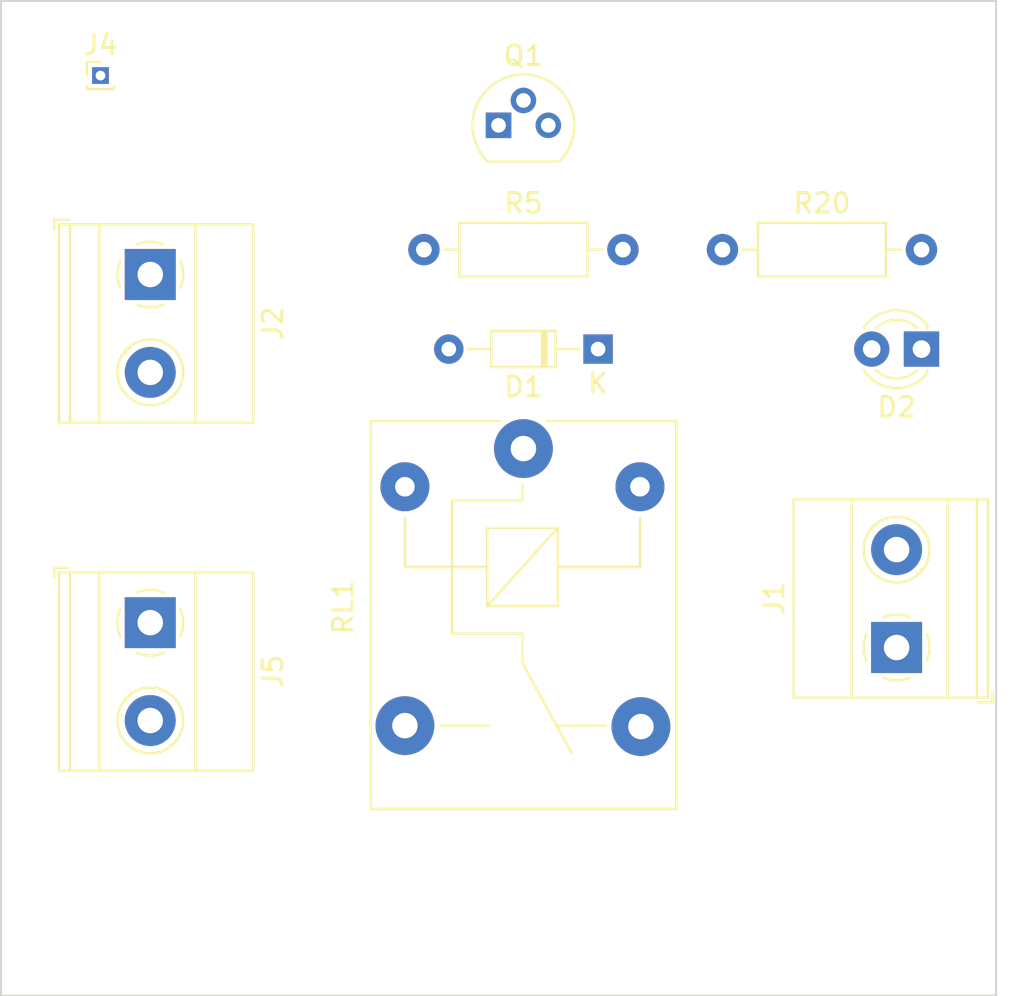
<source format=kicad_pcb>
(kicad_pcb (version 20171130) (host pcbnew 5.1.12-84ad8e8a86~92~ubuntu20.04.1)

  (general
    (thickness 1.6)
    (drawings 4)
    (tracks 0)
    (zones 0)
    (modules 10)
    (nets 11)
  )

  (page A4)
  (layers
    (0 F.Cu signal)
    (31 B.Cu signal)
    (32 B.Adhes user)
    (33 F.Adhes user)
    (34 B.Paste user)
    (35 F.Paste user)
    (36 B.SilkS user)
    (37 F.SilkS user)
    (38 B.Mask user)
    (39 F.Mask user)
    (40 Dwgs.User user)
    (41 Cmts.User user)
    (42 Eco1.User user)
    (43 Eco2.User user)
    (44 Edge.Cuts user)
    (45 Margin user)
    (46 B.CrtYd user)
    (47 F.CrtYd user)
    (48 B.Fab user)
    (49 F.Fab user)
  )

  (setup
    (last_trace_width 0.25)
    (trace_clearance 0.2)
    (zone_clearance 0.508)
    (zone_45_only no)
    (trace_min 0.2)
    (via_size 0.8)
    (via_drill 0.4)
    (via_min_size 0.4)
    (via_min_drill 0.3)
    (uvia_size 0.3)
    (uvia_drill 0.1)
    (uvias_allowed no)
    (uvia_min_size 0.2)
    (uvia_min_drill 0.1)
    (edge_width 0.1)
    (segment_width 0.2)
    (pcb_text_width 0.3)
    (pcb_text_size 1.5 1.5)
    (mod_edge_width 0.15)
    (mod_text_size 1 1)
    (mod_text_width 0.15)
    (pad_size 3 3)
    (pad_drill 1.3)
    (pad_to_mask_clearance 0)
    (aux_axis_origin 0 0)
    (visible_elements FFFFFF7F)
    (pcbplotparams
      (layerselection 0x010fc_ffffffff)
      (usegerberextensions false)
      (usegerberattributes true)
      (usegerberadvancedattributes true)
      (creategerberjobfile true)
      (excludeedgelayer true)
      (linewidth 0.100000)
      (plotframeref false)
      (viasonmask false)
      (mode 1)
      (useauxorigin false)
      (hpglpennumber 1)
      (hpglpenspeed 20)
      (hpglpendiameter 15.000000)
      (psnegative false)
      (psa4output false)
      (plotreference true)
      (plotvalue true)
      (plotinvisibletext false)
      (padsonsilk false)
      (subtractmaskfromsilk false)
      (outputformat 1)
      (mirror false)
      (drillshape 1)
      (scaleselection 1)
      (outputdirectory ""))
  )

  (net 0 "")
  (net 1 GND)
  (net 2 VDD)
  (net 3 "Net-(D1-Pad2)")
  (net 4 "Net-(D2-Pad2)")
  (net 5 +12V)
  (net 6 Earth)
  (net 7 "Net-(Q1-Pad2)")
  (net 8 "Net-(RL1-Pad12)")
  (net 9 "Net-(J5-Pad1)")
  (net 10 "Net-(J4-Pad1)")

  (net_class Default "Esta é a classe de rede padrão."
    (clearance 0.2)
    (trace_width 0.25)
    (via_dia 0.8)
    (via_drill 0.4)
    (uvia_dia 0.3)
    (uvia_drill 0.1)
    (add_net +12V)
    (add_net Earth)
    (add_net GND)
    (add_net "Net-(D1-Pad2)")
    (add_net "Net-(D2-Pad2)")
    (add_net "Net-(J4-Pad1)")
    (add_net "Net-(J5-Pad1)")
    (add_net "Net-(Q1-Pad2)")
    (add_net "Net-(RL1-Pad12)")
    (add_net VDD)
  )

  (module Connector_PinHeader_1.00mm:PinHeader_1x01_P1.00mm_Vertical (layer F.Cu) (tedit 59FED738) (tstamp 61FFAF3E)
    (at 106.68 90.17)
    (descr "Through hole straight pin header, 1x01, 1.00mm pitch, single row")
    (tags "Through hole pin header THT 1x01 1.00mm single row")
    (path /62076698)
    (fp_text reference J4 (at 0 -1.56) (layer F.SilkS)
      (effects (font (size 1 1) (thickness 0.15)))
    )
    (fp_text value Conn_01x01 (at 0 1.56) (layer F.Fab)
      (effects (font (size 1 1) (thickness 0.15)))
    )
    (fp_text user %R (at 0 0 90) (layer F.Fab)
      (effects (font (size 0.76 0.76) (thickness 0.114)))
    )
    (fp_line (start -0.3175 -0.5) (end 0.635 -0.5) (layer F.Fab) (width 0.1))
    (fp_line (start 0.635 -0.5) (end 0.635 0.5) (layer F.Fab) (width 0.1))
    (fp_line (start 0.635 0.5) (end -0.635 0.5) (layer F.Fab) (width 0.1))
    (fp_line (start -0.635 0.5) (end -0.635 -0.1825) (layer F.Fab) (width 0.1))
    (fp_line (start -0.635 -0.1825) (end -0.3175 -0.5) (layer F.Fab) (width 0.1))
    (fp_line (start -0.695 0.685) (end 0.695 0.685) (layer F.SilkS) (width 0.12))
    (fp_line (start -0.695 0.685) (end -0.695 0.56) (layer F.SilkS) (width 0.12))
    (fp_line (start 0.695 0.685) (end 0.695 0.56) (layer F.SilkS) (width 0.12))
    (fp_line (start -0.695 0.685) (end -0.608276 0.685) (layer F.SilkS) (width 0.12))
    (fp_line (start 0.608276 0.685) (end 0.695 0.685) (layer F.SilkS) (width 0.12))
    (fp_line (start -0.695 0) (end -0.695 -0.685) (layer F.SilkS) (width 0.12))
    (fp_line (start -0.695 -0.685) (end 0 -0.685) (layer F.SilkS) (width 0.12))
    (fp_line (start -1.15 -1) (end -1.15 1) (layer F.CrtYd) (width 0.05))
    (fp_line (start -1.15 1) (end 1.15 1) (layer F.CrtYd) (width 0.05))
    (fp_line (start 1.15 1) (end 1.15 -1) (layer F.CrtYd) (width 0.05))
    (fp_line (start 1.15 -1) (end -1.15 -1) (layer F.CrtYd) (width 0.05))
    (pad 1 thru_hole rect (at 0 0) (size 0.85 0.85) (drill 0.5) (layers *.Cu *.Mask)
      (net 10 "Net-(J4-Pad1)"))
    (model ${KISYS3DMOD}/Connector_PinHeader_1.00mm.3dshapes/PinHeader_1x01_P1.00mm_Vertical.wrl
      (at (xyz 0 0 0))
      (scale (xyz 1 1 1))
      (rotate (xyz 0 0 0))
    )
  )

  (module Relay_THT:Relay_SPDT_SANYOU_SRD_Series_Form_C placed (layer F.Cu) (tedit 61FEA6FC) (tstamp 61FF2C6F)
    (at 128.27 109.22 270)
    (descr "relay Sanyou SRD series Form C http://www.sanyourelay.ca/public/products/pdf/SRD.pdf")
    (tags "relay Sanyu SRD form C")
    (path /575012BB)
    (fp_text reference RL1 (at 8.1 9.2 90) (layer F.SilkS)
      (effects (font (size 1 1) (thickness 0.15)))
    )
    (fp_text value FINDER-40.51 (at 8 -9.6 90) (layer F.Fab)
      (effects (font (size 1 1) (thickness 0.15)))
    )
    (fp_text user %R (at 7.1 0.025 90) (layer F.Fab)
      (effects (font (size 1 1) (thickness 0.15)))
    )
    (fp_text user 1 (at 0 -2.3 90) (layer F.Fab)
      (effects (font (size 1 1) (thickness 0.15)))
    )
    (fp_line (start -1.4 1.2) (end -1.4 7.8) (layer F.SilkS) (width 0.12))
    (fp_line (start -1.4 -7.8) (end -1.4 -1.2) (layer F.SilkS) (width 0.12))
    (fp_line (start -1.4 -7.8) (end 18.4 -7.8) (layer F.SilkS) (width 0.12))
    (fp_line (start 18.4 -7.8) (end 18.4 7.8) (layer F.SilkS) (width 0.12))
    (fp_line (start 18.4 7.8) (end -1.4 7.8) (layer F.SilkS) (width 0.12))
    (fp_line (start -1.3 -7.7) (end 18.3 -7.7) (layer F.Fab) (width 0.12))
    (fp_line (start 18.3 -7.7) (end 18.3 7.7) (layer F.Fab) (width 0.12))
    (fp_line (start 18.3 7.7) (end -1.3 7.7) (layer F.Fab) (width 0.12))
    (fp_line (start -1.3 7.7) (end -1.3 -7.7) (layer F.Fab) (width 0.12))
    (fp_line (start 18.55 -7.95) (end -1.55 -7.95) (layer F.CrtYd) (width 0.05))
    (fp_line (start -1.55 7.95) (end -1.55 -7.95) (layer F.CrtYd) (width 0.05))
    (fp_line (start 18.55 -7.95) (end 18.55 7.95) (layer F.CrtYd) (width 0.05))
    (fp_line (start -1.55 7.95) (end 18.55 7.95) (layer F.CrtYd) (width 0.05))
    (fp_line (start 14.15 4.2) (end 14.15 1.75) (layer F.SilkS) (width 0.12))
    (fp_line (start 14.15 -4.2) (end 14.15 -1.7) (layer F.SilkS) (width 0.12))
    (fp_line (start 3.55 6.05) (end 6.05 6.05) (layer F.SilkS) (width 0.12))
    (fp_line (start 2.65 0.05) (end 1.85 0.05) (layer F.SilkS) (width 0.12))
    (fp_line (start 6.05 -5.95) (end 3.55 -5.95) (layer F.SilkS) (width 0.12))
    (fp_line (start 9.45 0.05) (end 10.95 0.05) (layer F.SilkS) (width 0.12))
    (fp_line (start 10.95 0.05) (end 15.55 -2.45) (layer F.SilkS) (width 0.12))
    (fp_line (start 9.45 3.65) (end 2.65 3.65) (layer F.SilkS) (width 0.12))
    (fp_line (start 9.45 0.05) (end 9.45 3.65) (layer F.SilkS) (width 0.12))
    (fp_line (start 2.65 0.05) (end 2.65 3.65) (layer F.SilkS) (width 0.12))
    (fp_line (start 6.05 -5.95) (end 6.05 -1.75) (layer F.SilkS) (width 0.12))
    (fp_line (start 6.05 1.85) (end 6.05 6.05) (layer F.SilkS) (width 0.12))
    (fp_line (start 8.05 1.85) (end 4.05 -1.75) (layer F.SilkS) (width 0.12))
    (fp_line (start 4.05 1.85) (end 4.05 -1.75) (layer F.SilkS) (width 0.12))
    (fp_line (start 4.05 -1.75) (end 8.05 -1.75) (layer F.SilkS) (width 0.12))
    (fp_line (start 8.05 -1.75) (end 8.05 1.85) (layer F.SilkS) (width 0.12))
    (fp_line (start 8.05 1.85) (end 4.05 1.85) (layer F.SilkS) (width 0.12))
    (pad 11 thru_hole circle (at 0 0) (size 3 3) (drill 1.3) (layers *.Cu *.Mask)
      (net 9 "Net-(J5-Pad1)"))
    (pad A1 thru_hole circle (at 1.95 -5.95) (size 2.5 2.5) (drill 1) (layers *.Cu *.Mask)
      (net 2 VDD))
    (pad 12 thru_hole circle (at 14.2 -6) (size 3 3) (drill 1.3) (layers *.Cu *.Mask)
      (net 8 "Net-(RL1-Pad12)"))
    (pad 14 thru_hole circle (at 14.15 6.05) (size 3 3) (drill 1.3) (layers *.Cu *.Mask)
      (net 5 +12V))
    (pad A2 thru_hole circle (at 1.95 6.05) (size 2.5 2.5) (drill 1) (layers *.Cu *.Mask)
      (net 3 "Net-(D1-Pad2)"))
    (model ${KISYS3DMOD}/Relay_THT.3dshapes/Relay_SPDT_SANYOU_SRD_Series_Form_C.wrl
      (at (xyz 0 0 0))
      (scale (xyz 1 1 1))
      (rotate (xyz 0 0 0))
    )
  )

  (module Resistor_THT:R_Axial_DIN0207_L6.3mm_D2.5mm_P10.16mm_Horizontal placed (layer F.Cu) (tedit 5AE5139B) (tstamp 61FFC73E)
    (at 138.43 99.06)
    (descr "Resistor, Axial_DIN0207 series, Axial, Horizontal, pin pitch=10.16mm, 0.25W = 1/4W, length*diameter=6.3*2.5mm^2, http://cdn-reichelt.de/documents/datenblatt/B400/1_4W%23YAG.pdf")
    (tags "Resistor Axial_DIN0207 series Axial Horizontal pin pitch 10.16mm 0.25W = 1/4W length 6.3mm diameter 2.5mm")
    (path /62049194)
    (fp_text reference R20 (at 5.08 -2.37) (layer F.SilkS)
      (effects (font (size 1 1) (thickness 0.15)))
    )
    (fp_text value 1k (at 5.08 2.37) (layer F.Fab)
      (effects (font (size 1 1) (thickness 0.15)))
    )
    (fp_text user %R (at 5.08 0) (layer F.Fab)
      (effects (font (size 1 1) (thickness 0.15)))
    )
    (fp_line (start 1.93 -1.25) (end 1.93 1.25) (layer F.Fab) (width 0.1))
    (fp_line (start 1.93 1.25) (end 8.23 1.25) (layer F.Fab) (width 0.1))
    (fp_line (start 8.23 1.25) (end 8.23 -1.25) (layer F.Fab) (width 0.1))
    (fp_line (start 8.23 -1.25) (end 1.93 -1.25) (layer F.Fab) (width 0.1))
    (fp_line (start 0 0) (end 1.93 0) (layer F.Fab) (width 0.1))
    (fp_line (start 10.16 0) (end 8.23 0) (layer F.Fab) (width 0.1))
    (fp_line (start 1.81 -1.37) (end 1.81 1.37) (layer F.SilkS) (width 0.12))
    (fp_line (start 1.81 1.37) (end 8.35 1.37) (layer F.SilkS) (width 0.12))
    (fp_line (start 8.35 1.37) (end 8.35 -1.37) (layer F.SilkS) (width 0.12))
    (fp_line (start 8.35 -1.37) (end 1.81 -1.37) (layer F.SilkS) (width 0.12))
    (fp_line (start 1.04 0) (end 1.81 0) (layer F.SilkS) (width 0.12))
    (fp_line (start 9.12 0) (end 8.35 0) (layer F.SilkS) (width 0.12))
    (fp_line (start -1.05 -1.5) (end -1.05 1.5) (layer F.CrtYd) (width 0.05))
    (fp_line (start -1.05 1.5) (end 11.21 1.5) (layer F.CrtYd) (width 0.05))
    (fp_line (start 11.21 1.5) (end 11.21 -1.5) (layer F.CrtYd) (width 0.05))
    (fp_line (start 11.21 -1.5) (end -1.05 -1.5) (layer F.CrtYd) (width 0.05))
    (pad 2 thru_hole oval (at 10.16 0) (size 1.6 1.6) (drill 0.8) (layers *.Cu *.Mask)
      (net 4 "Net-(D2-Pad2)"))
    (pad 1 thru_hole circle (at 0 0) (size 1.6 1.6) (drill 0.8) (layers *.Cu *.Mask)
      (net 9 "Net-(J5-Pad1)"))
    (model ${KISYS3DMOD}/Resistor_THT.3dshapes/R_Axial_DIN0207_L6.3mm_D2.5mm_P10.16mm_Horizontal.wrl
      (at (xyz 0 0 0))
      (scale (xyz 1 1 1))
      (rotate (xyz 0 0 0))
    )
  )

  (module Resistor_THT:R_Axial_DIN0207_L6.3mm_D2.5mm_P10.16mm_Horizontal placed (layer F.Cu) (tedit 5AE5139B) (tstamp 61FF2C01)
    (at 123.19 99.06)
    (descr "Resistor, Axial_DIN0207 series, Axial, Horizontal, pin pitch=10.16mm, 0.25W = 1/4W, length*diameter=6.3*2.5mm^2, http://cdn-reichelt.de/documents/datenblatt/B400/1_4W%23YAG.pdf")
    (tags "Resistor Axial_DIN0207 series Axial Horizontal pin pitch 10.16mm 0.25W = 1/4W length 6.3mm diameter 2.5mm")
    (path /5742C9F0)
    (fp_text reference R5 (at 5.08 -2.37) (layer F.SilkS)
      (effects (font (size 1 1) (thickness 0.15)))
    )
    (fp_text value 1k (at 5.08 2.37) (layer F.Fab)
      (effects (font (size 1 1) (thickness 0.15)))
    )
    (fp_text user %R (at 5.08 0) (layer F.Fab)
      (effects (font (size 1 1) (thickness 0.15)))
    )
    (fp_line (start 1.93 -1.25) (end 1.93 1.25) (layer F.Fab) (width 0.1))
    (fp_line (start 1.93 1.25) (end 8.23 1.25) (layer F.Fab) (width 0.1))
    (fp_line (start 8.23 1.25) (end 8.23 -1.25) (layer F.Fab) (width 0.1))
    (fp_line (start 8.23 -1.25) (end 1.93 -1.25) (layer F.Fab) (width 0.1))
    (fp_line (start 0 0) (end 1.93 0) (layer F.Fab) (width 0.1))
    (fp_line (start 10.16 0) (end 8.23 0) (layer F.Fab) (width 0.1))
    (fp_line (start 1.81 -1.37) (end 1.81 1.37) (layer F.SilkS) (width 0.12))
    (fp_line (start 1.81 1.37) (end 8.35 1.37) (layer F.SilkS) (width 0.12))
    (fp_line (start 8.35 1.37) (end 8.35 -1.37) (layer F.SilkS) (width 0.12))
    (fp_line (start 8.35 -1.37) (end 1.81 -1.37) (layer F.SilkS) (width 0.12))
    (fp_line (start 1.04 0) (end 1.81 0) (layer F.SilkS) (width 0.12))
    (fp_line (start 9.12 0) (end 8.35 0) (layer F.SilkS) (width 0.12))
    (fp_line (start -1.05 -1.5) (end -1.05 1.5) (layer F.CrtYd) (width 0.05))
    (fp_line (start -1.05 1.5) (end 11.21 1.5) (layer F.CrtYd) (width 0.05))
    (fp_line (start 11.21 1.5) (end 11.21 -1.5) (layer F.CrtYd) (width 0.05))
    (fp_line (start 11.21 -1.5) (end -1.05 -1.5) (layer F.CrtYd) (width 0.05))
    (pad 2 thru_hole oval (at 10.16 0) (size 1.6 1.6) (drill 0.8) (layers *.Cu *.Mask)
      (net 7 "Net-(Q1-Pad2)"))
    (pad 1 thru_hole circle (at 0 0) (size 1.6 1.6) (drill 0.8) (layers *.Cu *.Mask)
      (net 10 "Net-(J4-Pad1)"))
    (model ${KISYS3DMOD}/Resistor_THT.3dshapes/R_Axial_DIN0207_L6.3mm_D2.5mm_P10.16mm_Horizontal.wrl
      (at (xyz 0 0 0))
      (scale (xyz 1 1 1))
      (rotate (xyz 0 0 0))
    )
  )

  (module Package_TO_SOT_THT:TO-92 placed (layer F.Cu) (tedit 5A279852) (tstamp 61FF2BBC)
    (at 127 92.71)
    (descr "TO-92 leads molded, narrow, drill 0.75mm (see NXP sot054_po.pdf)")
    (tags "to-92 sc-43 sc-43a sot54 PA33 transistor")
    (path /5742CA8F)
    (fp_text reference Q1 (at 1.27 -3.56) (layer F.SilkS)
      (effects (font (size 1 1) (thickness 0.15)))
    )
    (fp_text value BC547 (at 1.27 2.79) (layer F.Fab)
      (effects (font (size 1 1) (thickness 0.15)))
    )
    (fp_arc (start 1.27 0) (end 1.27 -2.6) (angle 135) (layer F.SilkS) (width 0.12))
    (fp_arc (start 1.27 0) (end 1.27 -2.48) (angle -135) (layer F.Fab) (width 0.1))
    (fp_arc (start 1.27 0) (end 1.27 -2.6) (angle -135) (layer F.SilkS) (width 0.12))
    (fp_arc (start 1.27 0) (end 1.27 -2.48) (angle 135) (layer F.Fab) (width 0.1))
    (fp_text user %R (at 1.27 0) (layer F.Fab)
      (effects (font (size 1 1) (thickness 0.15)))
    )
    (fp_line (start -0.53 1.85) (end 3.07 1.85) (layer F.SilkS) (width 0.12))
    (fp_line (start -0.5 1.75) (end 3 1.75) (layer F.Fab) (width 0.1))
    (fp_line (start -1.46 -2.73) (end 4 -2.73) (layer F.CrtYd) (width 0.05))
    (fp_line (start -1.46 -2.73) (end -1.46 2.01) (layer F.CrtYd) (width 0.05))
    (fp_line (start 4 2.01) (end 4 -2.73) (layer F.CrtYd) (width 0.05))
    (fp_line (start 4 2.01) (end -1.46 2.01) (layer F.CrtYd) (width 0.05))
    (pad 1 thru_hole rect (at 0 0) (size 1.3 1.3) (drill 0.75) (layers *.Cu *.Mask)
      (net 3 "Net-(D1-Pad2)"))
    (pad 3 thru_hole circle (at 2.54 0) (size 1.3 1.3) (drill 0.75) (layers *.Cu *.Mask)
      (net 1 GND))
    (pad 2 thru_hole circle (at 1.27 -1.27) (size 1.3 1.3) (drill 0.75) (layers *.Cu *.Mask)
      (net 7 "Net-(Q1-Pad2)"))
    (model ${KISYS3DMOD}/Package_TO_SOT_THT.3dshapes/TO-92.wrl
      (at (xyz 0 0 0))
      (scale (xyz 1 1 1))
      (rotate (xyz 0 0 0))
    )
  )

  (module TerminalBlock_Phoenix:TerminalBlock_Phoenix_MKDS-1,5-2_1x02_P5.00mm_Horizontal placed (layer F.Cu) (tedit 5B294EE5) (tstamp 61FF2BAA)
    (at 109.22 118.11 270)
    (descr "Terminal Block Phoenix MKDS-1,5-2, 2 pins, pitch 5mm, size 10x9.8mm^2, drill diamater 1.3mm, pad diameter 2.6mm, see http://www.farnell.com/datasheets/100425.pdf, script-generated using https://github.com/pointhi/kicad-footprint-generator/scripts/TerminalBlock_Phoenix")
    (tags "THT Terminal Block Phoenix MKDS-1,5-2 pitch 5mm size 10x9.8mm^2 drill 1.3mm pad 2.6mm")
    (path /62084076)
    (fp_text reference J5 (at 2.5 -6.26 90) (layer F.SilkS)
      (effects (font (size 1 1) (thickness 0.15)))
    )
    (fp_text value Conn_01x02 (at 2.5 5.66 90) (layer F.Fab)
      (effects (font (size 1 1) (thickness 0.15)))
    )
    (fp_text user %R (at 2.5 3.2 90) (layer F.Fab)
      (effects (font (size 1 1) (thickness 0.15)))
    )
    (fp_arc (start 0 0) (end -0.684 1.535) (angle -25) (layer F.SilkS) (width 0.12))
    (fp_arc (start 0 0) (end -1.535 -0.684) (angle -48) (layer F.SilkS) (width 0.12))
    (fp_arc (start 0 0) (end 0.684 -1.535) (angle -48) (layer F.SilkS) (width 0.12))
    (fp_arc (start 0 0) (end 1.535 0.684) (angle -48) (layer F.SilkS) (width 0.12))
    (fp_arc (start 0 0) (end 0 1.68) (angle -24) (layer F.SilkS) (width 0.12))
    (fp_circle (center 0 0) (end 1.5 0) (layer F.Fab) (width 0.1))
    (fp_circle (center 5 0) (end 6.5 0) (layer F.Fab) (width 0.1))
    (fp_circle (center 5 0) (end 6.68 0) (layer F.SilkS) (width 0.12))
    (fp_line (start -2.5 -5.2) (end 7.5 -5.2) (layer F.Fab) (width 0.1))
    (fp_line (start 7.5 -5.2) (end 7.5 4.6) (layer F.Fab) (width 0.1))
    (fp_line (start 7.5 4.6) (end -2 4.6) (layer F.Fab) (width 0.1))
    (fp_line (start -2 4.6) (end -2.5 4.1) (layer F.Fab) (width 0.1))
    (fp_line (start -2.5 4.1) (end -2.5 -5.2) (layer F.Fab) (width 0.1))
    (fp_line (start -2.5 4.1) (end 7.5 4.1) (layer F.Fab) (width 0.1))
    (fp_line (start -2.56 4.1) (end 7.56 4.1) (layer F.SilkS) (width 0.12))
    (fp_line (start -2.5 2.6) (end 7.5 2.6) (layer F.Fab) (width 0.1))
    (fp_line (start -2.56 2.6) (end 7.56 2.6) (layer F.SilkS) (width 0.12))
    (fp_line (start -2.5 -2.3) (end 7.5 -2.3) (layer F.Fab) (width 0.1))
    (fp_line (start -2.56 -2.301) (end 7.56 -2.301) (layer F.SilkS) (width 0.12))
    (fp_line (start -2.56 -5.261) (end 7.56 -5.261) (layer F.SilkS) (width 0.12))
    (fp_line (start -2.56 4.66) (end 7.56 4.66) (layer F.SilkS) (width 0.12))
    (fp_line (start -2.56 -5.261) (end -2.56 4.66) (layer F.SilkS) (width 0.12))
    (fp_line (start 7.56 -5.261) (end 7.56 4.66) (layer F.SilkS) (width 0.12))
    (fp_line (start 1.138 -0.955) (end -0.955 1.138) (layer F.Fab) (width 0.1))
    (fp_line (start 0.955 -1.138) (end -1.138 0.955) (layer F.Fab) (width 0.1))
    (fp_line (start 6.138 -0.955) (end 4.046 1.138) (layer F.Fab) (width 0.1))
    (fp_line (start 5.955 -1.138) (end 3.863 0.955) (layer F.Fab) (width 0.1))
    (fp_line (start 6.275 -1.069) (end 6.228 -1.023) (layer F.SilkS) (width 0.12))
    (fp_line (start 3.966 1.239) (end 3.931 1.274) (layer F.SilkS) (width 0.12))
    (fp_line (start 6.07 -1.275) (end 6.035 -1.239) (layer F.SilkS) (width 0.12))
    (fp_line (start 3.773 1.023) (end 3.726 1.069) (layer F.SilkS) (width 0.12))
    (fp_line (start -2.8 4.16) (end -2.8 4.9) (layer F.SilkS) (width 0.12))
    (fp_line (start -2.8 4.9) (end -2.3 4.9) (layer F.SilkS) (width 0.12))
    (fp_line (start -3 -5.71) (end -3 5.1) (layer F.CrtYd) (width 0.05))
    (fp_line (start -3 5.1) (end 8 5.1) (layer F.CrtYd) (width 0.05))
    (fp_line (start 8 5.1) (end 8 -5.71) (layer F.CrtYd) (width 0.05))
    (fp_line (start 8 -5.71) (end -3 -5.71) (layer F.CrtYd) (width 0.05))
    (pad 2 thru_hole circle (at 5 0 270) (size 2.6 2.6) (drill 1.3) (layers *.Cu *.Mask)
      (net 6 Earth))
    (pad 1 thru_hole rect (at 0 0 270) (size 2.6 2.6) (drill 1.3) (layers *.Cu *.Mask)
      (net 9 "Net-(J5-Pad1)"))
    (model ${KISYS3DMOD}/TerminalBlock_Phoenix.3dshapes/TerminalBlock_Phoenix_MKDS-1,5-2_1x02_P5.00mm_Horizontal.wrl
      (at (xyz 0 0 0))
      (scale (xyz 1 1 1))
      (rotate (xyz 0 0 0))
    )
  )

  (module TerminalBlock_Phoenix:TerminalBlock_Phoenix_MKDS-1,5-2_1x02_P5.00mm_Horizontal placed (layer F.Cu) (tedit 5B294EE5) (tstamp 61FF2B7E)
    (at 109.22 100.33 270)
    (descr "Terminal Block Phoenix MKDS-1,5-2, 2 pins, pitch 5mm, size 10x9.8mm^2, drill diamater 1.3mm, pad diameter 2.6mm, see http://www.farnell.com/datasheets/100425.pdf, script-generated using https://github.com/pointhi/kicad-footprint-generator/scripts/TerminalBlock_Phoenix")
    (tags "THT Terminal Block Phoenix MKDS-1,5-2 pitch 5mm size 10x9.8mm^2 drill 1.3mm pad 2.6mm")
    (path /620839E4)
    (fp_text reference J2 (at 2.5 -6.26 90) (layer F.SilkS)
      (effects (font (size 1 1) (thickness 0.15)))
    )
    (fp_text value Conn_01x02 (at 2.5 5.66 90) (layer F.Fab)
      (effects (font (size 1 1) (thickness 0.15)))
    )
    (fp_text user %R (at 2.5 3.2 90) (layer F.Fab)
      (effects (font (size 1 1) (thickness 0.15)))
    )
    (fp_arc (start 0 0) (end -0.684 1.535) (angle -25) (layer F.SilkS) (width 0.12))
    (fp_arc (start 0 0) (end -1.535 -0.684) (angle -48) (layer F.SilkS) (width 0.12))
    (fp_arc (start 0 0) (end 0.684 -1.535) (angle -48) (layer F.SilkS) (width 0.12))
    (fp_arc (start 0 0) (end 1.535 0.684) (angle -48) (layer F.SilkS) (width 0.12))
    (fp_arc (start 0 0) (end 0 1.68) (angle -24) (layer F.SilkS) (width 0.12))
    (fp_circle (center 0 0) (end 1.5 0) (layer F.Fab) (width 0.1))
    (fp_circle (center 5 0) (end 6.5 0) (layer F.Fab) (width 0.1))
    (fp_circle (center 5 0) (end 6.68 0) (layer F.SilkS) (width 0.12))
    (fp_line (start -2.5 -5.2) (end 7.5 -5.2) (layer F.Fab) (width 0.1))
    (fp_line (start 7.5 -5.2) (end 7.5 4.6) (layer F.Fab) (width 0.1))
    (fp_line (start 7.5 4.6) (end -2 4.6) (layer F.Fab) (width 0.1))
    (fp_line (start -2 4.6) (end -2.5 4.1) (layer F.Fab) (width 0.1))
    (fp_line (start -2.5 4.1) (end -2.5 -5.2) (layer F.Fab) (width 0.1))
    (fp_line (start -2.5 4.1) (end 7.5 4.1) (layer F.Fab) (width 0.1))
    (fp_line (start -2.56 4.1) (end 7.56 4.1) (layer F.SilkS) (width 0.12))
    (fp_line (start -2.5 2.6) (end 7.5 2.6) (layer F.Fab) (width 0.1))
    (fp_line (start -2.56 2.6) (end 7.56 2.6) (layer F.SilkS) (width 0.12))
    (fp_line (start -2.5 -2.3) (end 7.5 -2.3) (layer F.Fab) (width 0.1))
    (fp_line (start -2.56 -2.301) (end 7.56 -2.301) (layer F.SilkS) (width 0.12))
    (fp_line (start -2.56 -5.261) (end 7.56 -5.261) (layer F.SilkS) (width 0.12))
    (fp_line (start -2.56 4.66) (end 7.56 4.66) (layer F.SilkS) (width 0.12))
    (fp_line (start -2.56 -5.261) (end -2.56 4.66) (layer F.SilkS) (width 0.12))
    (fp_line (start 7.56 -5.261) (end 7.56 4.66) (layer F.SilkS) (width 0.12))
    (fp_line (start 1.138 -0.955) (end -0.955 1.138) (layer F.Fab) (width 0.1))
    (fp_line (start 0.955 -1.138) (end -1.138 0.955) (layer F.Fab) (width 0.1))
    (fp_line (start 6.138 -0.955) (end 4.046 1.138) (layer F.Fab) (width 0.1))
    (fp_line (start 5.955 -1.138) (end 3.863 0.955) (layer F.Fab) (width 0.1))
    (fp_line (start 6.275 -1.069) (end 6.228 -1.023) (layer F.SilkS) (width 0.12))
    (fp_line (start 3.966 1.239) (end 3.931 1.274) (layer F.SilkS) (width 0.12))
    (fp_line (start 6.07 -1.275) (end 6.035 -1.239) (layer F.SilkS) (width 0.12))
    (fp_line (start 3.773 1.023) (end 3.726 1.069) (layer F.SilkS) (width 0.12))
    (fp_line (start -2.8 4.16) (end -2.8 4.9) (layer F.SilkS) (width 0.12))
    (fp_line (start -2.8 4.9) (end -2.3 4.9) (layer F.SilkS) (width 0.12))
    (fp_line (start -3 -5.71) (end -3 5.1) (layer F.CrtYd) (width 0.05))
    (fp_line (start -3 5.1) (end 8 5.1) (layer F.CrtYd) (width 0.05))
    (fp_line (start 8 5.1) (end 8 -5.71) (layer F.CrtYd) (width 0.05))
    (fp_line (start 8 -5.71) (end -3 -5.71) (layer F.CrtYd) (width 0.05))
    (pad 2 thru_hole circle (at 5 0 270) (size 2.6 2.6) (drill 1.3) (layers *.Cu *.Mask)
      (net 5 +12V))
    (pad 1 thru_hole rect (at 0 0 270) (size 2.6 2.6) (drill 1.3) (layers *.Cu *.Mask)
      (net 6 Earth))
    (model ${KISYS3DMOD}/TerminalBlock_Phoenix.3dshapes/TerminalBlock_Phoenix_MKDS-1,5-2_1x02_P5.00mm_Horizontal.wrl
      (at (xyz 0 0 0))
      (scale (xyz 1 1 1))
      (rotate (xyz 0 0 0))
    )
  )

  (module TerminalBlock_Phoenix:TerminalBlock_Phoenix_MKDS-1,5-2_1x02_P5.00mm_Horizontal placed (layer F.Cu) (tedit 5B294EE5) (tstamp 61FF2B52)
    (at 147.32 119.38 90)
    (descr "Terminal Block Phoenix MKDS-1,5-2, 2 pins, pitch 5mm, size 10x9.8mm^2, drill diamater 1.3mm, pad diameter 2.6mm, see http://www.farnell.com/datasheets/100425.pdf, script-generated using https://github.com/pointhi/kicad-footprint-generator/scripts/TerminalBlock_Phoenix")
    (tags "THT Terminal Block Phoenix MKDS-1,5-2 pitch 5mm size 10x9.8mm^2 drill 1.3mm pad 2.6mm")
    (path /620818EA)
    (fp_text reference J1 (at 2.5 -6.26 90) (layer F.SilkS)
      (effects (font (size 1 1) (thickness 0.15)))
    )
    (fp_text value Conn_01x02 (at 2.5 5.66 90) (layer F.Fab)
      (effects (font (size 1 1) (thickness 0.15)))
    )
    (fp_text user %R (at 2.5 3.2 90) (layer F.Fab)
      (effects (font (size 1 1) (thickness 0.15)))
    )
    (fp_arc (start 0 0) (end -0.684 1.535) (angle -25) (layer F.SilkS) (width 0.12))
    (fp_arc (start 0 0) (end -1.535 -0.684) (angle -48) (layer F.SilkS) (width 0.12))
    (fp_arc (start 0 0) (end 0.684 -1.535) (angle -48) (layer F.SilkS) (width 0.12))
    (fp_arc (start 0 0) (end 1.535 0.684) (angle -48) (layer F.SilkS) (width 0.12))
    (fp_arc (start 0 0) (end 0 1.68) (angle -24) (layer F.SilkS) (width 0.12))
    (fp_circle (center 0 0) (end 1.5 0) (layer F.Fab) (width 0.1))
    (fp_circle (center 5 0) (end 6.5 0) (layer F.Fab) (width 0.1))
    (fp_circle (center 5 0) (end 6.68 0) (layer F.SilkS) (width 0.12))
    (fp_line (start -2.5 -5.2) (end 7.5 -5.2) (layer F.Fab) (width 0.1))
    (fp_line (start 7.5 -5.2) (end 7.5 4.6) (layer F.Fab) (width 0.1))
    (fp_line (start 7.5 4.6) (end -2 4.6) (layer F.Fab) (width 0.1))
    (fp_line (start -2 4.6) (end -2.5 4.1) (layer F.Fab) (width 0.1))
    (fp_line (start -2.5 4.1) (end -2.5 -5.2) (layer F.Fab) (width 0.1))
    (fp_line (start -2.5 4.1) (end 7.5 4.1) (layer F.Fab) (width 0.1))
    (fp_line (start -2.56 4.1) (end 7.56 4.1) (layer F.SilkS) (width 0.12))
    (fp_line (start -2.5 2.6) (end 7.5 2.6) (layer F.Fab) (width 0.1))
    (fp_line (start -2.56 2.6) (end 7.56 2.6) (layer F.SilkS) (width 0.12))
    (fp_line (start -2.5 -2.3) (end 7.5 -2.3) (layer F.Fab) (width 0.1))
    (fp_line (start -2.56 -2.301) (end 7.56 -2.301) (layer F.SilkS) (width 0.12))
    (fp_line (start -2.56 -5.261) (end 7.56 -5.261) (layer F.SilkS) (width 0.12))
    (fp_line (start -2.56 4.66) (end 7.56 4.66) (layer F.SilkS) (width 0.12))
    (fp_line (start -2.56 -5.261) (end -2.56 4.66) (layer F.SilkS) (width 0.12))
    (fp_line (start 7.56 -5.261) (end 7.56 4.66) (layer F.SilkS) (width 0.12))
    (fp_line (start 1.138 -0.955) (end -0.955 1.138) (layer F.Fab) (width 0.1))
    (fp_line (start 0.955 -1.138) (end -1.138 0.955) (layer F.Fab) (width 0.1))
    (fp_line (start 6.138 -0.955) (end 4.046 1.138) (layer F.Fab) (width 0.1))
    (fp_line (start 5.955 -1.138) (end 3.863 0.955) (layer F.Fab) (width 0.1))
    (fp_line (start 6.275 -1.069) (end 6.228 -1.023) (layer F.SilkS) (width 0.12))
    (fp_line (start 3.966 1.239) (end 3.931 1.274) (layer F.SilkS) (width 0.12))
    (fp_line (start 6.07 -1.275) (end 6.035 -1.239) (layer F.SilkS) (width 0.12))
    (fp_line (start 3.773 1.023) (end 3.726 1.069) (layer F.SilkS) (width 0.12))
    (fp_line (start -2.8 4.16) (end -2.8 4.9) (layer F.SilkS) (width 0.12))
    (fp_line (start -2.8 4.9) (end -2.3 4.9) (layer F.SilkS) (width 0.12))
    (fp_line (start -3 -5.71) (end -3 5.1) (layer F.CrtYd) (width 0.05))
    (fp_line (start -3 5.1) (end 8 5.1) (layer F.CrtYd) (width 0.05))
    (fp_line (start 8 5.1) (end 8 -5.71) (layer F.CrtYd) (width 0.05))
    (fp_line (start 8 -5.71) (end -3 -5.71) (layer F.CrtYd) (width 0.05))
    (pad 2 thru_hole circle (at 5 0 90) (size 2.6 2.6) (drill 1.3) (layers *.Cu *.Mask)
      (net 2 VDD))
    (pad 1 thru_hole rect (at 0 0 90) (size 2.6 2.6) (drill 1.3) (layers *.Cu *.Mask)
      (net 1 GND))
    (model ${KISYS3DMOD}/TerminalBlock_Phoenix.3dshapes/TerminalBlock_Phoenix_MKDS-1,5-2_1x02_P5.00mm_Horizontal.wrl
      (at (xyz 0 0 0))
      (scale (xyz 1 1 1))
      (rotate (xyz 0 0 0))
    )
  )

  (module LED_THT:LED_D3.0mm placed (layer F.Cu) (tedit 587A3A7B) (tstamp 61FF2B26)
    (at 148.59 104.14 180)
    (descr "LED, diameter 3.0mm, 2 pins")
    (tags "LED diameter 3.0mm 2 pins")
    (path /6204A61B)
    (fp_text reference D2 (at 1.27 -2.96) (layer F.SilkS)
      (effects (font (size 1 1) (thickness 0.15)))
    )
    (fp_text value Verde (at 1.27 2.96) (layer F.Fab)
      (effects (font (size 1 1) (thickness 0.15)))
    )
    (fp_arc (start 1.27 0) (end 0.229039 1.08) (angle -87.9) (layer F.SilkS) (width 0.12))
    (fp_arc (start 1.27 0) (end 0.229039 -1.08) (angle 87.9) (layer F.SilkS) (width 0.12))
    (fp_arc (start 1.27 0) (end -0.29 1.235516) (angle -108.8) (layer F.SilkS) (width 0.12))
    (fp_arc (start 1.27 0) (end -0.29 -1.235516) (angle 108.8) (layer F.SilkS) (width 0.12))
    (fp_arc (start 1.27 0) (end -0.23 -1.16619) (angle 284.3) (layer F.Fab) (width 0.1))
    (fp_circle (center 1.27 0) (end 2.77 0) (layer F.Fab) (width 0.1))
    (fp_line (start -0.23 -1.16619) (end -0.23 1.16619) (layer F.Fab) (width 0.1))
    (fp_line (start -0.29 -1.236) (end -0.29 -1.08) (layer F.SilkS) (width 0.12))
    (fp_line (start -0.29 1.08) (end -0.29 1.236) (layer F.SilkS) (width 0.12))
    (fp_line (start -1.15 -2.25) (end -1.15 2.25) (layer F.CrtYd) (width 0.05))
    (fp_line (start -1.15 2.25) (end 3.7 2.25) (layer F.CrtYd) (width 0.05))
    (fp_line (start 3.7 2.25) (end 3.7 -2.25) (layer F.CrtYd) (width 0.05))
    (fp_line (start 3.7 -2.25) (end -1.15 -2.25) (layer F.CrtYd) (width 0.05))
    (pad 2 thru_hole circle (at 2.54 0 180) (size 1.8 1.8) (drill 0.9) (layers *.Cu *.Mask)
      (net 4 "Net-(D2-Pad2)"))
    (pad 1 thru_hole rect (at 0 0 180) (size 1.8 1.8) (drill 0.9) (layers *.Cu *.Mask)
      (net 1 GND))
    (model ${KISYS3DMOD}/LED_THT.3dshapes/LED_D3.0mm.wrl
      (at (xyz 0 0 0))
      (scale (xyz 1 1 1))
      (rotate (xyz 0 0 0))
    )
  )

  (module Diode_THT:D_DO-34_SOD68_P7.62mm_Horizontal placed (layer F.Cu) (tedit 5AE50CD5) (tstamp 61FF2B13)
    (at 132.08 104.14 180)
    (descr "Diode, DO-34_SOD68 series, Axial, Horizontal, pin pitch=7.62mm, , length*diameter=3.04*1.6mm^2, , https://www.nxp.com/docs/en/data-sheet/KTY83_SER.pdf")
    (tags "Diode DO-34_SOD68 series Axial Horizontal pin pitch 7.62mm  length 3.04mm diameter 1.6mm")
    (path /5742CB78)
    (fp_text reference D1 (at 3.81 -1.92) (layer F.SilkS)
      (effects (font (size 1 1) (thickness 0.15)))
    )
    (fp_text value 1N4148 (at 3.81 1.92) (layer F.Fab)
      (effects (font (size 1 1) (thickness 0.15)))
    )
    (fp_text user K (at 0 -1.75) (layer F.SilkS)
      (effects (font (size 1 1) (thickness 0.15)))
    )
    (fp_text user K (at 0 -1.75) (layer F.Fab)
      (effects (font (size 1 1) (thickness 0.15)))
    )
    (fp_text user %R (at 4.038 0) (layer F.Fab)
      (effects (font (size 0.608 0.608) (thickness 0.0912)))
    )
    (fp_line (start 2.29 -0.8) (end 2.29 0.8) (layer F.Fab) (width 0.1))
    (fp_line (start 2.29 0.8) (end 5.33 0.8) (layer F.Fab) (width 0.1))
    (fp_line (start 5.33 0.8) (end 5.33 -0.8) (layer F.Fab) (width 0.1))
    (fp_line (start 5.33 -0.8) (end 2.29 -0.8) (layer F.Fab) (width 0.1))
    (fp_line (start 0 0) (end 2.29 0) (layer F.Fab) (width 0.1))
    (fp_line (start 7.62 0) (end 5.33 0) (layer F.Fab) (width 0.1))
    (fp_line (start 2.746 -0.8) (end 2.746 0.8) (layer F.Fab) (width 0.1))
    (fp_line (start 2.846 -0.8) (end 2.846 0.8) (layer F.Fab) (width 0.1))
    (fp_line (start 2.646 -0.8) (end 2.646 0.8) (layer F.Fab) (width 0.1))
    (fp_line (start 2.17 -0.92) (end 2.17 0.92) (layer F.SilkS) (width 0.12))
    (fp_line (start 2.17 0.92) (end 5.45 0.92) (layer F.SilkS) (width 0.12))
    (fp_line (start 5.45 0.92) (end 5.45 -0.92) (layer F.SilkS) (width 0.12))
    (fp_line (start 5.45 -0.92) (end 2.17 -0.92) (layer F.SilkS) (width 0.12))
    (fp_line (start 0.99 0) (end 2.17 0) (layer F.SilkS) (width 0.12))
    (fp_line (start 6.63 0) (end 5.45 0) (layer F.SilkS) (width 0.12))
    (fp_line (start 2.746 -0.92) (end 2.746 0.92) (layer F.SilkS) (width 0.12))
    (fp_line (start 2.866 -0.92) (end 2.866 0.92) (layer F.SilkS) (width 0.12))
    (fp_line (start 2.626 -0.92) (end 2.626 0.92) (layer F.SilkS) (width 0.12))
    (fp_line (start -1 -1.05) (end -1 1.05) (layer F.CrtYd) (width 0.05))
    (fp_line (start -1 1.05) (end 8.63 1.05) (layer F.CrtYd) (width 0.05))
    (fp_line (start 8.63 1.05) (end 8.63 -1.05) (layer F.CrtYd) (width 0.05))
    (fp_line (start 8.63 -1.05) (end -1 -1.05) (layer F.CrtYd) (width 0.05))
    (pad 2 thru_hole oval (at 7.62 0 180) (size 1.5 1.5) (drill 0.75) (layers *.Cu *.Mask)
      (net 3 "Net-(D1-Pad2)"))
    (pad 1 thru_hole rect (at 0 0 180) (size 1.5 1.5) (drill 0.75) (layers *.Cu *.Mask)
      (net 2 VDD))
    (model ${KISYS3DMOD}/Diode_THT.3dshapes/D_DO-34_SOD68_P7.62mm_Horizontal.wrl
      (at (xyz 0 0 0))
      (scale (xyz 1 1 1))
      (rotate (xyz 0 0 0))
    )
  )

  (gr_line (start 152.4 86.36) (end 101.6 86.36) (layer Edge.Cuts) (width 0.1) (tstamp 61FF33C2))
  (gr_line (start 152.4 137.16) (end 152.4 86.36) (layer Edge.Cuts) (width 0.1))
  (gr_line (start 101.6 137.16) (end 152.4 137.16) (layer Edge.Cuts) (width 0.1))
  (gr_line (start 101.6 86.36) (end 101.6 137.16) (layer Edge.Cuts) (width 0.1))

)

</source>
